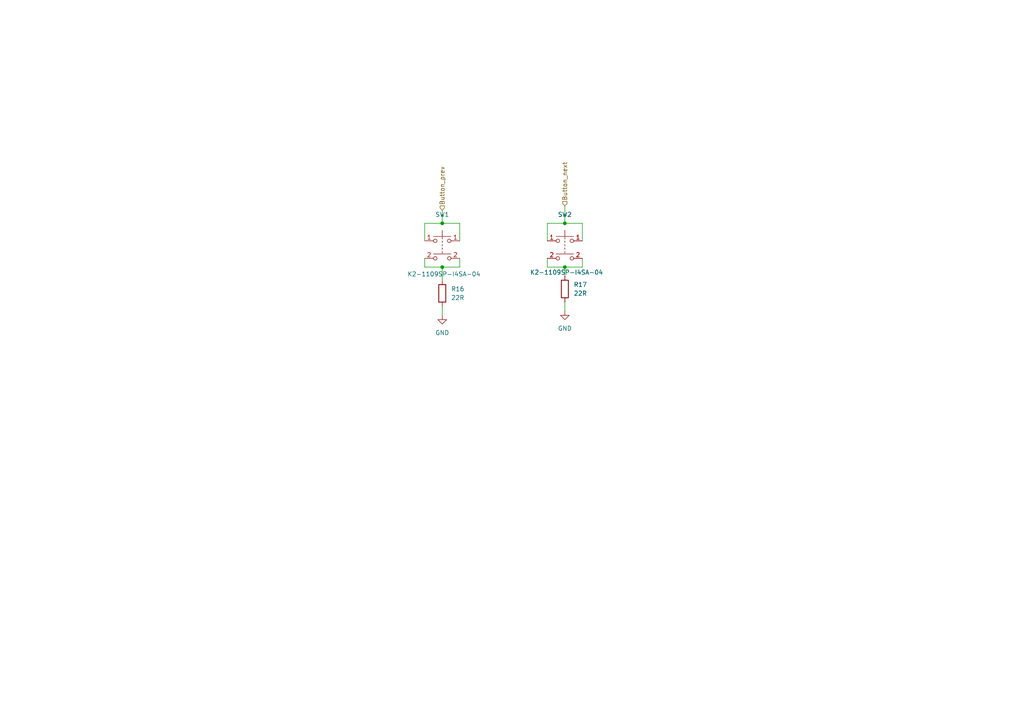
<source format=kicad_sch>
(kicad_sch (version 20231120) (generator "eeschema") (generator_version "8.0")
  (paper "A4")
  (lib_symbols
    (symbol "Device:R" (pin_numbers hide) (pin_names (offset 0))
      (property "Reference" "R" (at 2.032 0 90))
      (property "Value" "R" (at 0 0 90))
      (symbol "R_0_1"
        (rectangle (start -1.016 -2.54) (end 1.016 2.54) (stroke (width 0.254)))
      )
      (symbol "R_1_1"
        (pin passive line (at 0 3.81 270) (length 1.27) (name "~") (number "1"))
        (pin passive line (at 0 -3.81 90) (length 1.27) (name "~") (number "2"))
      )
    )
    (symbol "Switch:TS-1095PS-A165B2-C3D2" (pin_names (offset 1.016) hide)
      (property "Reference" "SW" (at 1.27 2.54 0))
      (property "Value" "TS-1095PS-A165B2-C3D2" (at 0 -6.858 0))
      (symbol "TS-1095PS-A165B2-C3D2_0_1"
        (circle (center -2.032 -5.08) (radius 0.508))
        (circle (center -2.032 0) (radius 0.508))
        (polyline (pts (xy 0 -3.048) (xy 0 -3.556)))
        (polyline (pts (xy 0 -2.032) (xy 0 -2.54)))
        (polyline (pts (xy 0 -1.524) (xy 0 -1.016)))
        (polyline (pts (xy 0 -0.508) (xy 0 0)))
        (polyline (pts (xy 0 0.508) (xy 0 1.016)))
        (polyline (pts (xy 0 1.27) (xy 0 3.048)))
        (polyline (pts (xy 2.54 -3.81) (xy -2.54 -3.81)))
        (polyline (pts (xy 2.54 1.27) (xy -2.54 1.27)))
        (circle (center 2.032 -5.08) (radius 0.508))
        (circle (center 2.032 0) (radius 0.508))
        (pin passive line (at -5.08 0 0) (length 2.54) (name "1") (number "1"))
      )
      (symbol "TS-1095PS-A165B2-C3D2_1_1"
        (pin passive line (at 5.08 0 180) (length 2.54) (name "1") (number "1"))
        (pin passive line (at -5.08 -5.08 0) (length 2.54) (name "2") (number "2"))
        (pin passive line (at 5.08 -5.08 180) (length 2.54) (name "2") (number "2"))
      )
    )
    (symbol "TS-1095PS-A165B2-C3D2_1" (pin_names (offset 1.016) hide)
      (property "Reference" "SW" (at 1.27 2.54 0))
      (property "Value" "TS-1095PS-A165B2-C3D2" (at 0 -6.858 0))
      (symbol "TS-1095PS-A165B2-C3D2_1_0_1"
        (circle (center -2.032 -5.08) (radius 0.508))
        (circle (center -2.032 0) (radius 0.508))
        (polyline (pts (xy 0 -3.048) (xy 0 -3.556)))
        (polyline (pts (xy 0 -2.032) (xy 0 -2.54)))
        (polyline (pts (xy 0 -1.524) (xy 0 -1.016)))
        (polyline (pts (xy 0 -0.508) (xy 0 0)))
        (polyline (pts (xy 0 0.508) (xy 0 1.016)))
        (polyline (pts (xy 0 1.27) (xy 0 3.048)))
        (polyline (pts (xy 2.54 -3.81) (xy -2.54 -3.81)))
        (polyline (pts (xy 2.54 1.27) (xy -2.54 1.27)))
        (circle (center 2.032 -5.08) (radius 0.508))
        (circle (center 2.032 0) (radius 0.508))
        (pin passive line (at -5.08 0 0) (length 2.54) (name "1") (number "1"))
      )
      (symbol "TS-1095PS-A165B2-C3D2_1_1_1"
        (pin passive line (at 5.08 0 180) (length 2.54) (name "1") (number "1"))
        (pin passive line (at -5.08 -5.08 0) (length 2.54) (name "2") (number "2"))
        (pin passive line (at 5.08 -5.08 180) (length 2.54) (name "2") (number "2"))
      )
    )
    (symbol "power:GND" (power) (pin_names (offset 0))
      (property "Value" "GND" (at 0 -3.81 0))
      (symbol "GND_0_1"
        (polyline (pts (xy 0 0) (xy 0 -1.27) (xy 1.27 -1.27) (xy 0 -2.54) (xy -1.27 -1.27) (xy 0 -1.27)))
      )
      (symbol "GND_1_1"
        (pin power_in line (at 0 0 270) (length 0) hide (name "GND") (number "1"))
      )
    )
  )
  (junction (at 128.27 64.77))
  (junction (at 163.83 64.77))
  (junction (at 163.83 77.47))
  (junction (at 128.27 77.47))
  (wire (pts (xy 163.83 77.47) (xy 168.91 77.47)))
  (wire (pts (xy 128.27 91.44) (xy 128.27 88.9)))
  (wire (pts (xy 168.91 77.47) (xy 168.91 74.93)))
  (wire (pts (xy 163.83 80.01) (xy 163.83 77.47)))
  (wire (pts (xy 123.19 64.77) (xy 128.27 64.77)))
  (wire (pts (xy 163.83 59.69) (xy 163.83 64.77)))
  (wire (pts (xy 133.35 64.77) (xy 133.35 69.85)))
  (wire (pts (xy 123.19 74.93) (xy 123.19 77.47)))
  (wire (pts (xy 133.35 77.47) (xy 133.35 74.93)))
  (wire (pts (xy 158.75 64.77) (xy 163.83 64.77)))
  (wire (pts (xy 128.27 81.28) (xy 128.27 77.47)))
  (wire (pts (xy 128.27 60.96) (xy 128.27 64.77)))
  (wire (pts (xy 158.75 74.93) (xy 158.75 77.47)))
  (wire (pts (xy 163.83 87.63) (xy 163.83 90.17)))
  (wire (pts (xy 168.91 64.77) (xy 168.91 69.85)))
  (wire (pts (xy 123.19 77.47) (xy 128.27 77.47)))
  (wire (pts (xy 158.75 77.47) (xy 163.83 77.47)))
  (wire (pts (xy 123.19 69.85) (xy 123.19 64.77)))
  (wire (pts (xy 163.83 64.77) (xy 168.91 64.77)))
  (wire (pts (xy 128.27 77.47) (xy 133.35 77.47)))
  (wire (pts (xy 158.75 69.85) (xy 158.75 64.77)))
  (wire (pts (xy 128.27 64.77) (xy 133.35 64.77)))
  (hierarchical_label "Button_next" (shape input) (at 163.83 59.69 90))
  (hierarchical_label "Button_prev" (shape input) (at 128.27 60.96 90))
  (symbol (lib_id "Device:R") (at 163.83 83.82 0) (unit 1)
    (property "Reference" "R17" (at 166.37 82.55 0) (effects (justify left)))
    (property "Value" "22R" (at 166.37 85.09 0) (effects (justify left)))
    (property "Footprint" "Resistor_SMD:R_0603_1608Metric" (effects (hide yes)))
    (property "Description" "Resistor" (effects (hide yes)))
  )
  (symbol (lib_id "Switch:TS-1095PS-A165B2-C3D2") (at 163.83 69.85 0) (unit 1)
    (property "Reference" "SW2" (at 163.83 62.23 0))
    (property "Value" "K2-1109SP-I4SA-04" (at 164.338 78.994 0))
    (property "Footprint" "Footprint Library:K2-1109SP-I4SA-04" (effects (hide yes)))
    (property "Description" "Push button switch, generic, symbol, four pins" (effects (hide yes)))
  )
  (symbol (lib_id "power:GND") (at 163.83 90.17 0) (unit 1)
    (property "Reference" "#PWR079" (effects (hide yes)))
    (property "Value" "GND" (at 163.83 95.25 0))
    (property "Description" "Power symbol creates a global label with name \"GND\" , ground" (effects (hide yes)))
  )
  (symbol (lib_name "TS-1095PS-A165B2-C3D2_1") (lib_id "Switch:TS-1095PS-A165B2-C3D2") (at 128.27 69.85 0) (unit 1)
    (property "Reference" "SW1" (at 128.27 62.23 0))
    (property "Value" "K2-1109SP-I4SA-04" (at 128.778 79.502 0))
    (property "Footprint" "Footprint Library:K2-1109SP-I4SA-04" (effects (hide yes)))
    (property "Description" "Push button switch, generic, symbol, four pins" (effects (hide yes)))
  )
  (symbol (lib_id "Device:R") (at 128.27 85.09 0) (unit 1)
    (property "Reference" "R16" (at 130.81 83.82 0) (effects (justify left)))
    (property "Value" "22R" (at 130.81 86.36 0) (effects (justify left)))
    (property "Footprint" "Resistor_SMD:R_0603_1608Metric" (effects (hide yes)))
    (property "Description" "Resistor" (effects (hide yes)))
  )
  (symbol (lib_id "power:GND") (at 128.27 91.44 0) (unit 1)
    (property "Reference" "#PWR078" (effects (hide yes)))
    (property "Value" "GND" (at 128.27 96.52 0))
    (property "Description" "Power symbol creates a global label with name \"GND\" , ground" (effects (hide yes)))
  )
)
</source>
